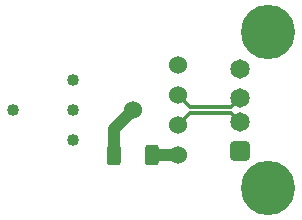
<source format=gbr>
G04 #@! TF.GenerationSoftware,KiCad,Pcbnew,8.0.6*
G04 #@! TF.CreationDate,2025-01-19T08:52:11-05:00*
G04 #@! TF.ProjectId,usbabrkout,75736261-6272-46b6-9f75-742e6b696361,v1.0.0*
G04 #@! TF.SameCoordinates,Original*
G04 #@! TF.FileFunction,Copper,L1,Top*
G04 #@! TF.FilePolarity,Positive*
%FSLAX46Y46*%
G04 Gerber Fmt 4.6, Leading zero omitted, Abs format (unit mm)*
G04 Created by KiCad (PCBNEW 8.0.6) date 2025-01-19 08:52:11*
%MOMM*%
%LPD*%
G01*
G04 APERTURE LIST*
G04 Aperture macros list*
%AMRoundRect*
0 Rectangle with rounded corners*
0 $1 Rounding radius*
0 $2 $3 $4 $5 $6 $7 $8 $9 X,Y pos of 4 corners*
0 Add a 4 corners polygon primitive as box body*
4,1,4,$2,$3,$4,$5,$6,$7,$8,$9,$2,$3,0*
0 Add four circle primitives for the rounded corners*
1,1,$1+$1,$2,$3*
1,1,$1+$1,$4,$5*
1,1,$1+$1,$6,$7*
1,1,$1+$1,$8,$9*
0 Add four rect primitives between the rounded corners*
20,1,$1+$1,$2,$3,$4,$5,0*
20,1,$1+$1,$4,$5,$6,$7,0*
20,1,$1+$1,$6,$7,$8,$9,0*
20,1,$1+$1,$8,$9,$2,$3,0*%
G04 Aperture macros list end*
G04 #@! TA.AperFunction,ComponentPad*
%ADD10RoundRect,0.250000X0.575500X-0.575500X0.575500X0.575500X-0.575500X0.575500X-0.575500X-0.575500X0*%
G04 #@! TD*
G04 #@! TA.AperFunction,ComponentPad*
%ADD11C,1.651000*%
G04 #@! TD*
G04 #@! TA.AperFunction,ComponentPad*
%ADD12C,4.600000*%
G04 #@! TD*
G04 #@! TA.AperFunction,ComponentPad*
%ADD13C,1.016000*%
G04 #@! TD*
G04 #@! TA.AperFunction,ComponentPad*
%ADD14C,1.524000*%
G04 #@! TD*
G04 #@! TA.AperFunction,SMDPad,CuDef*
%ADD15RoundRect,0.250000X-0.350000X-0.600000X0.350000X-0.600000X0.350000X0.600000X-0.350000X0.600000X0*%
G04 #@! TD*
G04 #@! TA.AperFunction,ViaPad*
%ADD16C,1.524000*%
G04 #@! TD*
G04 #@! TA.AperFunction,Conductor*
%ADD17C,0.304800*%
G04 #@! TD*
G04 #@! TA.AperFunction,Conductor*
%ADD18C,1.016000*%
G04 #@! TD*
G04 APERTURE END LIST*
D10*
X148750000Y-105100000D03*
D11*
X148750000Y-102600000D03*
X148750000Y-100600000D03*
X148750000Y-98100000D03*
D12*
X151080000Y-108170000D03*
X151080000Y-95030000D03*
D13*
X129540000Y-101600000D03*
X134620000Y-101600000D03*
X134620000Y-99060000D03*
X134620000Y-104140000D03*
D14*
X143510000Y-105410000D03*
X143510000Y-102870000D03*
X143510000Y-100330000D03*
X143510000Y-97790000D03*
D15*
X138100000Y-105410000D03*
X141300000Y-105410000D03*
D16*
X139700000Y-101600000D03*
D17*
X148016699Y-101866699D02*
X144513301Y-101866699D01*
X144513301Y-101866699D02*
X143510000Y-102870000D01*
X148750000Y-102600000D02*
X148016699Y-101866699D01*
X148750000Y-100600000D02*
X148016699Y-101333301D01*
X148016699Y-101333301D02*
X144513301Y-101333301D01*
X144513301Y-101333301D02*
X143510000Y-100330000D01*
D18*
X138100000Y-103200000D02*
X139700000Y-101600000D01*
X138100000Y-103200000D02*
X138100000Y-105410000D01*
X141300000Y-105410000D02*
X143510000Y-105410000D01*
M02*

</source>
